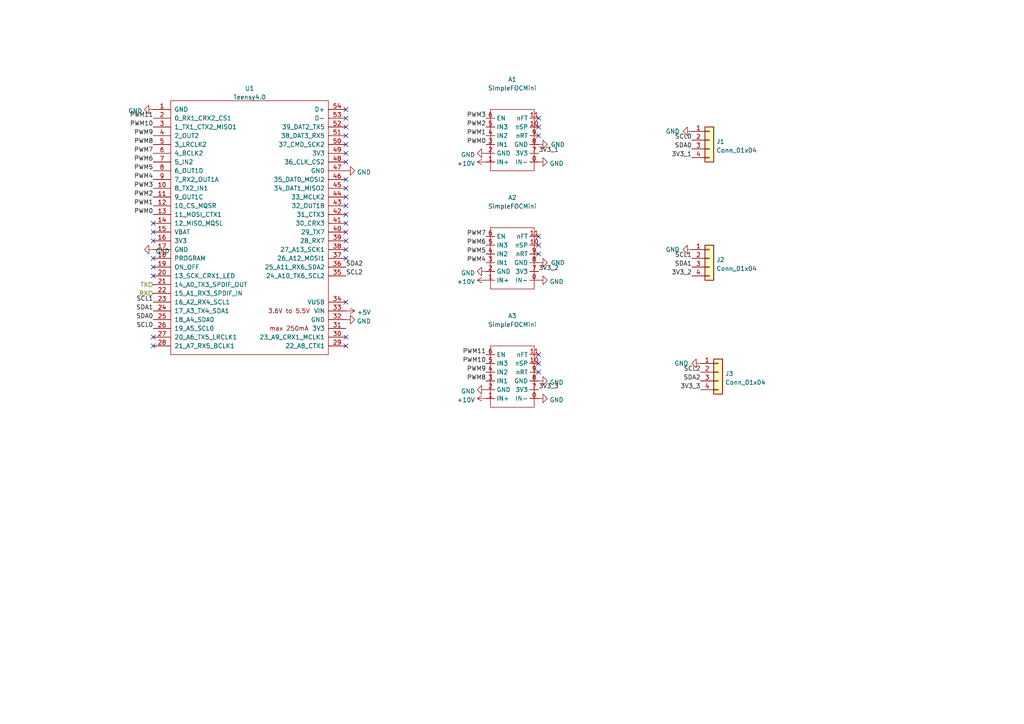
<source format=kicad_sch>
(kicad_sch (version 20211123) (generator eeschema)
  (paper "A4")
  (lib_symbols
    (symbol "Connector_Generic:Conn_01x04" (pin_names (offset 1.016) hide)
      (property "Reference" "J" (at 0 5.08 0))
      (property "Value" "Conn_01x04" (at 0 -7.62 0))
      (symbol "Conn_01x04_1_1"
        (rectangle (start -1.27 -4.953) (end 0 -5.207) (stroke (width 0.1524)))
        (rectangle (start -1.27 -2.413) (end 0 -2.667) (stroke (width 0.1524)))
        (rectangle (start -1.27 0.127) (end 0 -0.127) (stroke (width 0.1524)))
        (rectangle (start -1.27 2.667) (end 0 2.413) (stroke (width 0.1524)))
        (rectangle (start -1.27 3.81) (end 1.27 -6.35) (stroke (width 0.254)) (fill (type background)))
        (pin passive line (at -5.08 2.54 0) (length 3.81) (name "Pin_1") (number "1"))
        (pin passive line (at -5.08 0 0) (length 3.81) (name "Pin_2") (number "2"))
        (pin passive line (at -5.08 -2.54 0) (length 3.81) (name "Pin_3") (number "3"))
        (pin passive line (at -5.08 -5.08 0) (length 3.81) (name "Pin_4") (number "4"))
      )
    )
    (symbol "SimpleFOCMini:SimpleFOCMini"
      (property "Reference" "A" (at 0 13.97 0))
      (property "Value" "SimpleFOCMini" (at -1.27 15.24 0))
      (symbol "SimpleFOCMini_0_1"
        (rectangle (start -6.35 8.89) (end 6.35 -8.89) (stroke (width 0.1524)))
      )
      (symbol "SimpleFOCMini_1_1"
        (pin output line (at -7.62 -6.35 0) (length 2.54) (name "IN-") (number "0"))
        (pin input line (at 7.62 -6.35 180) (length 2.54) (name "IN+") (number "1"))
        (pin output line (at -7.62 3.81 0) (length 2.54) (name "nSP") (number "10"))
        (pin output line (at -7.62 6.35 0) (length 2.54) (name "nFT") (number "11"))
        (pin output line (at 7.62 -3.81 180) (length 2.54) (name "GND") (number "2"))
        (pin input line (at 7.62 -1.27 180) (length 2.54) (name "IN1") (number "3"))
        (pin input line (at 7.62 1.27 180) (length 2.54) (name "IN2") (number "4"))
        (pin input line (at 7.62 3.81 180) (length 2.54) (name "IN3") (number "5"))
        (pin input line (at 7.62 6.35 180) (length 2.54) (name "EN") (number "6"))
        (pin output line (at -7.62 -3.81 0) (length 2.54) (name "3V3") (number "7"))
        (pin output line (at -7.62 -1.27 0) (length 2.54) (name "GND") (number "8"))
        (pin output line (at -7.62 1.27 0) (length 2.54) (name "nRT") (number "9"))
      )
    )
    (symbol "SimpleFOCMini_1"
      (property "Reference" "A" (at 0 13.97 0))
      (property "Value" "SimpleFOCMini_1" (at -1.27 15.24 0))
      (symbol "SimpleFOCMini_1_0_1"
        (rectangle (start -6.35 8.89) (end 6.35 -8.89) (stroke (width 0.1524)))
      )
      (symbol "SimpleFOCMini_1_1_1"
        (pin output line (at -7.62 -6.35 0) (length 2.54) (name "IN-") (number "0"))
        (pin input line (at 7.62 -6.35 180) (length 2.54) (name "IN+") (number "1"))
        (pin output line (at -7.62 3.81 0) (length 2.54) (name "nSP") (number "10"))
        (pin output line (at -7.62 6.35 0) (length 2.54) (name "nFT") (number "11"))
        (pin output line (at 7.62 -3.81 180) (length 2.54) (name "GND") (number "2"))
        (pin input line (at 7.62 -1.27 180) (length 2.54) (name "IN1") (number "3"))
        (pin input line (at 7.62 1.27 180) (length 2.54) (name "IN2") (number "4"))
        (pin input line (at 7.62 3.81 180) (length 2.54) (name "IN3") (number "5"))
        (pin input line (at 7.62 6.35 180) (length 2.54) (name "EN") (number "6"))
        (pin output line (at -7.62 -3.81 0) (length 2.54) (name "3V3") (number "7"))
        (pin output line (at -7.62 -1.27 0) (length 2.54) (name "GND") (number "8"))
        (pin output line (at -7.62 1.27 0) (length 2.54) (name "nRT") (number "9"))
      )
    )
    (symbol "SimpleFOCMini_2"
      (property "Reference" "A" (at 0 13.97 0))
      (property "Value" "SimpleFOCMini_2" (at -1.27 15.24 0))
      (symbol "SimpleFOCMini_2_0_1"
        (rectangle (start -6.35 8.89) (end 6.35 -8.89) (stroke (width 0.1524)))
      )
      (symbol "SimpleFOCMini_2_1_1"
        (pin output line (at -7.62 -6.35 0) (length 2.54) (name "IN-") (number "0"))
        (pin input line (at 7.62 -6.35 180) (length 2.54) (name "IN+") (number "1"))
        (pin output line (at -7.62 3.81 0) (length 2.54) (name "nSP") (number "10"))
        (pin output line (at -7.62 6.35 0) (length 2.54) (name "nFT") (number "11"))
        (pin output line (at 7.62 -3.81 180) (length 2.54) (name "GND") (number "2"))
        (pin input line (at 7.62 -1.27 180) (length 2.54) (name "IN1") (number "3"))
        (pin input line (at 7.62 1.27 180) (length 2.54) (name "IN2") (number "4"))
        (pin input line (at 7.62 3.81 180) (length 2.54) (name "IN3") (number "5"))
        (pin input line (at 7.62 6.35 180) (length 2.54) (name "EN") (number "6"))
        (pin output line (at -7.62 -3.81 0) (length 2.54) (name "3V3") (number "7"))
        (pin output line (at -7.62 -1.27 0) (length 2.54) (name "GND") (number "8"))
        (pin output line (at -7.62 1.27 0) (length 2.54) (name "nRT") (number "9"))
      )
    )
    (symbol "power:+10V" (power) (pin_names (offset 0))
      (property "Value" "+10V" (at 0 3.556 0))
      (symbol "+10V_0_1"
        (polyline (pts (xy -0.762 1.27) (xy 0 2.54)))
        (polyline (pts (xy 0 0) (xy 0 2.54)))
        (polyline (pts (xy 0 2.54) (xy 0.762 1.27)))
      )
      (symbol "+10V_1_1"
        (pin power_in line (at 0 0 90) (length 0) hide (name "+10V") (number "1"))
      )
    )
    (symbol "power:+5V" (power) (pin_names (offset 0))
      (property "Value" "+5V" (at 0 3.556 0))
      (symbol "+5V_0_1"
        (polyline (pts (xy -0.762 1.27) (xy 0 2.54)))
        (polyline (pts (xy 0 0) (xy 0 2.54)))
        (polyline (pts (xy 0 2.54) (xy 0.762 1.27)))
      )
      (symbol "+5V_1_1"
        (pin power_in line (at 0 0 90) (length 0) hide (name "+5V") (number "1"))
      )
    )
    (symbol "power:GND" (power) (pin_names (offset 0))
      (property "Value" "GND" (at 0 -3.81 0))
      (symbol "GND_0_1"
        (polyline (pts (xy 0 0) (xy 0 -1.27) (xy 1.27 -1.27) (xy 0 -2.54) (xy -1.27 -1.27) (xy 0 -1.27)))
      )
      (symbol "GND_1_1"
        (pin power_in line (at 0 0 270) (length 0) hide (name "GND") (number "1"))
      )
    )
    (symbol "teensy:Teensy4.0" (pin_names (offset 1.016))
      (property "Reference" "U" (at 0 39.37 0))
      (property "Value" "Teensy4.0" (at 0 -39.37 0))
      (symbol "Teensy4.0_0_0"
        (text "3.6V to 5.5V" (at 11.43 -24.13 0) (effects (font (size 1.27 1.27))))
        (text "max 250mA" (at 11.43 -29.21 0) (effects (font (size 1.27 1.27))))
        (pin bidirectional line (at -27.94 11.43 0) (length 5.08) (name "8_TX2_IN1") (number "10"))
        (pin bidirectional line (at -27.94 8.89 0) (length 5.08) (name "9_OUT1C") (number "11"))
        (pin bidirectional line (at -27.94 6.35 0) (length 5.08) (name "10_CS_MQSR") (number "12"))
        (pin bidirectional line (at -27.94 3.81 0) (length 5.08) (name "11_MOSI_CTX1") (number "13"))
        (pin bidirectional line (at -27.94 1.27 0) (length 5.08) (name "12_MISO_MQSL") (number "14"))
        (pin power_in line (at -27.94 -1.27 0) (length 5.08) (name "VBAT") (number "15"))
        (pin power_in line (at -27.94 -3.81 0) (length 5.08) (name "3V3") (number "16"))
        (pin power_in line (at -27.94 -6.35 0) (length 5.08) (name "GND") (number "17"))
        (pin input line (at -27.94 -8.89 0) (length 5.08) (name "PROGRAM") (number "18"))
        (pin input line (at -27.94 -11.43 0) (length 5.08) (name "ON_OFF") (number "19"))
        (pin bidirectional line (at -27.94 -13.97 0) (length 5.08) (name "13_SCK_CRX1_LED") (number "20"))
        (pin bidirectional line (at -27.94 -16.51 0) (length 5.08) (name "14_A0_TX3_SPDIF_OUT") (number "21"))
        (pin bidirectional line (at -27.94 -19.05 0) (length 5.08) (name "15_A1_RX3_SPDIF_IN") (number "22"))
        (pin bidirectional line (at -27.94 -21.59 0) (length 5.08) (name "16_A2_RX4_SCL1") (number "23"))
        (pin bidirectional line (at -27.94 -24.13 0) (length 5.08) (name "17_A3_TX4_SDA1") (number "24"))
        (pin bidirectional line (at -27.94 -26.67 0) (length 5.08) (name "18_A4_SDA0") (number "25"))
        (pin bidirectional line (at -27.94 -29.21 0) (length 5.08) (name "19_A5_SCL0") (number "26"))
        (pin bidirectional line (at -27.94 -31.75 0) (length 5.08) (name "20_A6_TX5_LRCLK1") (number "27"))
        (pin bidirectional line (at -27.94 -34.29 0) (length 5.08) (name "21_A7_RX5_BCLK1") (number "28"))
        (pin bidirectional line (at 27.94 -34.29 180) (length 5.08) (name "22_A8_CTX1") (number "29"))
        (pin bidirectional line (at 27.94 -31.75 180) (length 5.08) (name "23_A9_CRX1_MCLK1") (number "30"))
        (pin power_out line (at 27.94 -29.21 180) (length 5.08) (name "3V3") (number "31"))
        (pin power_in line (at 27.94 -26.67 180) (length 5.08) (name "GND") (number "32"))
        (pin power_in line (at 27.94 -24.13 180) (length 5.08) (name "VIN") (number "33"))
        (pin power_out line (at 27.94 -21.59 180) (length 5.08) (name "VUSB") (number "34"))
        (pin bidirectional line (at 27.94 -13.97 180) (length 5.08) (name "24_A10_TX6_SCL2") (number "35"))
        (pin bidirectional line (at 27.94 -11.43 180) (length 5.08) (name "25_A11_RX6_SDA2") (number "36"))
        (pin bidirectional line (at 27.94 -8.89 180) (length 5.08) (name "26_A12_MOSI1") (number "37"))
        (pin bidirectional line (at 27.94 -6.35 180) (length 5.08) (name "27_A13_SCK1") (number "38"))
        (pin bidirectional line (at 27.94 -3.81 180) (length 5.08) (name "28_RX7") (number "39"))
        (pin bidirectional line (at 27.94 -1.27 180) (length 5.08) (name "29_TX7") (number "40"))
        (pin bidirectional line (at 27.94 1.27 180) (length 5.08) (name "30_CRX3") (number "41"))
        (pin bidirectional line (at 27.94 3.81 180) (length 5.08) (name "31_CTX3") (number "42"))
        (pin bidirectional line (at 27.94 6.35 180) (length 5.08) (name "32_OUT1B") (number "43"))
        (pin bidirectional line (at 27.94 8.89 180) (length 5.08) (name "33_MCLK2") (number "44"))
        (pin bidirectional line (at 27.94 11.43 180) (length 5.08) (name "34_DAT1_MISO2") (number "45"))
        (pin bidirectional line (at 27.94 13.97 180) (length 5.08) (name "35_DAT0_MOSI2") (number "46"))
        (pin power_out line (at 27.94 16.51 180) (length 5.08) (name "GND") (number "47"))
        (pin bidirectional line (at 27.94 19.05 180) (length 5.08) (name "36_CLK_CS2") (number "48"))
        (pin power_out line (at 27.94 21.59 180) (length 5.08) (name "3V3") (number "49"))
        (pin bidirectional line (at -27.94 24.13 0) (length 5.08) (name "3_LRCLK2") (number "5"))
        (pin bidirectional line (at 27.94 24.13 180) (length 5.08) (name "37_CMD_SCK2") (number "50"))
        (pin bidirectional line (at 27.94 26.67 180) (length 5.08) (name "38_DAT3_RX5") (number "51"))
        (pin bidirectional line (at 27.94 29.21 180) (length 5.08) (name "39_DAT2_TX5") (number "52"))
        (pin bidirectional line (at 27.94 31.75 180) (length 5.08) (name "D-") (number "53"))
        (pin bidirectional line (at 27.94 34.29 180) (length 5.08) (name "D+") (number "54"))
        (pin bidirectional line (at -27.94 21.59 0) (length 5.08) (name "4_BCLK2") (number "6"))
        (pin bidirectional line (at -27.94 19.05 0) (length 5.08) (name "5_IN2") (number "7"))
        (pin bidirectional line (at -27.94 16.51 0) (length 5.08) (name "6_OUT1D") (number "8"))
        (pin bidirectional line (at -27.94 13.97 0) (length 5.08) (name "7_RX2_OUT1A") (number "9"))
      )
      (symbol "Teensy4.0_0_1"
        (rectangle (start -22.86 36.83) (end 22.86 -36.83))
        (rectangle (start -20.32 -31.75) (end -20.32 -31.75))
      )
      (symbol "Teensy4.0_1_1"
        (pin power_in line (at -27.94 34.29 0) (length 5.08) (name "GND") (number "1"))
        (pin bidirectional line (at -27.94 31.75 0) (length 5.08) (name "0_RX1_CRX2_CS1") (number "2"))
        (pin bidirectional line (at -27.94 29.21 0) (length 5.08) (name "1_TX1_CTX2_MISO1") (number "3"))
        (pin bidirectional line (at -27.94 26.67 0) (length 5.08) (name "2_OUT2") (number "4"))
      )
    )
  )
  (no_connect (at 100.33 57.15))
  (no_connect (at 100.33 74.93))
  (no_connect (at 100.33 39.37))
  (no_connect (at 100.33 31.75))
  (no_connect (at 44.45 67.31))
  (no_connect (at 156.21 102.87))
  (no_connect (at 156.21 105.41))
  (no_connect (at 156.21 107.95))
  (no_connect (at 100.33 41.91))
  (no_connect (at 100.33 54.61))
  (no_connect (at 100.33 46.99))
  (no_connect (at 44.45 69.85))
  (no_connect (at 44.45 74.93))
  (no_connect (at 44.45 80.01))
  (no_connect (at 44.45 77.47))
  (no_connect (at 100.33 44.45))
  (no_connect (at 100.33 64.77))
  (no_connect (at 100.33 69.85))
  (no_connect (at 44.45 64.77))
  (no_connect (at 156.21 73.66))
  (no_connect (at 156.21 68.58))
  (no_connect (at 156.21 71.12))
  (no_connect (at 156.21 39.37))
  (no_connect (at 156.21 34.29))
  (no_connect (at 156.21 36.83))
  (no_connect (at 100.33 52.07))
  (no_connect (at 100.33 62.23))
  (no_connect (at 100.33 34.29))
  (no_connect (at 100.33 72.39))
  (no_connect (at 44.45 100.33))
  (no_connect (at 44.45 97.79))
  (no_connect (at 100.33 100.33))
  (no_connect (at 100.33 97.79))
  (no_connect (at 100.33 87.63))
  (no_connect (at 100.33 36.83))
  (no_connect (at 100.33 67.31))
  (no_connect (at 100.33 59.69))
  (label "SCL0" (at 44.45 95.25 180))
  (label "PWM9" (at 44.45 39.37 180))
  (label "PWM4" (at 140.97 76.2 180))
  (label "3V3_3" (at 203.2 113.03 180))
  (label "SDA1" (at 44.45 90.17 180))
  (label "SCL0" (at 200.66 40.64 180))
  (label "3V3_3" (at 156.21 113.03 0))
  (label "3V3_1" (at 200.66 45.72 180))
  (label "3V3_2" (at 156.21 78.74 0))
  (label "SDA2" (at 203.2 110.49 180))
  (label "PWM7" (at 44.45 44.45 180))
  (label "SDA2" (at 100.33 77.47 0))
  (label "PWM5" (at 44.45 49.53 180))
  (label "SCL1" (at 200.66 74.93 180))
  (label "PWM3" (at 140.97 34.29 180))
  (label "PWM3" (at 44.45 54.61 180))
  (label "SDA1" (at 200.66 77.47 180))
  (label "SCL2" (at 203.2 107.95 180))
  (label "PWM1" (at 44.45 59.69 180))
  (label "PWM11" (at 140.97 102.87 180))
  (label "PWM8" (at 140.97 110.49 180))
  (label "PWM1" (at 140.97 39.37 180))
  (label "PWM6" (at 44.45 46.99 180))
  (label "PWM9" (at 140.97 107.95 180))
  (label "PWM5" (at 140.97 73.66 180))
  (label "SCL1" (at 44.45 87.63 180))
  (label "PWM2" (at 44.45 57.15 180))
  (label "PWM11" (at 44.45 34.29 180))
  (label "PWM2" (at 140.97 36.83 180))
  (label "PWM7" (at 140.97 68.58 180))
  (label "3V3_2" (at 200.66 80.01 180))
  (label "PWM6" (at 140.97 71.12 180))
  (label "PWM10" (at 44.45 36.83 180))
  (label "PWM4" (at 44.45 52.07 180))
  (label "3V3_1" (at 156.21 44.45 0))
  (label "SCL2" (at 100.33 80.01 0))
  (label "SDA0" (at 44.45 92.71 180))
  (label "PWM8" (at 44.45 41.91 180))
  (label "PWM10" (at 140.97 105.41 180))
  (label "SDA0" (at 200.66 43.18 180))
  (label "PWM0" (at 140.97 41.91 180))
  (label "PWM0" (at 44.45 62.23 180))
  (hierarchical_label "RX" (shape input) (at 44.45 85.09 180))
  (hierarchical_label "TX" (shape input) (at 44.45 82.55 180))
  (symbol (lib_id "power:GND") (at 44.45 72.39 270) (unit 1)
    (property "Reference" "#PWR0102" (effects hide))
    (property "Value" "GND" (at 45.085 72.8238 90) (effects (justify left)))
  )
  (symbol (lib_id "Connector_Generic:Conn_01x04") (at 205.74 74.93 0) (unit 1)
    (property "Reference" "J2" (at 207.772 75.3653 0) (effects (justify left)))
    (property "Value" "Conn_01x04" (at 207.772 77.9022 0) (effects (justify left)))
    (property "Footprint" "Connector_JST:JST_XH_S4B-XH-A-1_1x04_P2.50mm_Horizontal" (effects hide))
  )
  (symbol (lib_id "power:GND") (at 140.97 113.03 270) (unit 1)
    (property "Reference" "#PWR0105" (effects hide))
    (property "Value" "GND" (at 137.7951 113.4638 90) (effects (justify right)))
  )
  (symbol (lib_id "power:GND") (at 100.33 49.53 90) (unit 1)
    (property "Reference" "#PWR0113" (effects hide))
    (property "Value" "GND" (at 103.505 49.9638 90) (effects (justify right)))
  )
  (symbol (lib_id "power:+10V") (at 140.97 81.28 90) (unit 1)
    (property "Reference" "#PWR0109" (effects hide))
    (property "Value" "+10V" (at 137.795 81.7138 90) (effects (justify left)))
  )
  (symbol (lib_id "power:GND") (at 140.97 44.45 270) (unit 1)
    (property "Reference" "#PWR0111" (effects hide))
    (property "Value" "GND" (at 137.7951 44.8838 90) (effects (justify right)))
  )
  (symbol (lib_id "power:GND") (at 140.97 78.74 270) (unit 1)
    (property "Reference" "#PWR0108" (effects hide))
    (property "Value" "GND" (at 137.7951 79.1738 90) (effects (justify right)))
  )
  (symbol (lib_id "power:GND") (at 156.21 115.57 90) (unit 1)
    (property "Reference" "#PWR0104" (effects hide))
    (property "Value" "GND" (at 159.385 116.0038 90) (effects (justify right)))
  )
  (symbol (lib_id "power:+5V") (at 100.33 90.17 270) (unit 1)
    (property "Reference" "#PWR0115" (effects hide))
    (property "Value" "+5V" (at 103.505 90.6038 90) (effects (justify left)))
  )
  (symbol (lib_id "power:GND") (at 100.33 92.71 90) (unit 1)
    (property "Reference" "#PWR0114" (effects hide))
    (property "Value" "GND" (at 103.505 93.1438 90) (effects (justify right)))
  )
  (symbol (lib_id "teensy:Teensy4.0") (at 72.39 66.04 0) (unit 1)
    (property "Reference" "U1" (at 72.39 25.6372 0))
    (property "Value" "Teensy4.0" (at 72.39 28.1741 0))
    (property "Footprint" "Teensy:Teensy40" (effects hide))
  )
  (symbol (lib_id "power:+10V") (at 140.97 46.99 90) (unit 1)
    (property "Reference" "#PWR0112" (effects hide))
    (property "Value" "+10V" (at 137.795 47.4238 90) (effects (justify left)))
  )
  (symbol (lib_id "power:GND") (at 203.2 105.41 270) (unit 1)
    (property "Reference" "#PWR0118" (effects hide))
    (property "Value" "GND" (at 195.58 105.41 90) (effects (justify left)))
  )
  (symbol (lib_id "power:GND") (at 200.66 72.39 270) (unit 1)
    (property "Reference" "#PWR0117" (effects hide))
    (property "Value" "GND" (at 193.04 72.39 90) (effects (justify left)))
  )
  (symbol (lib_id "power:GND") (at 156.21 110.49 90) (unit 1)
    (property "Reference" "#PWR0107" (effects hide))
    (property "Value" "GND" (at 159.385 110.9238 90) (effects (justify right)))
  )
  (symbol (lib_id "SimpleFOCMini:SimpleFOCMini") (at 148.59 109.22 0) (mirror y) (unit 1)
    (property "Reference" "A3" (at 148.59 91.601 0))
    (property "Value" "SimpleFOCMini" (at 148.59 94.1379 0))
    (property "Footprint" "SimpleFOCMini:SimpleFOCMini" (effects hide))
  )
  (symbol (lib_id "power:+10V") (at 140.97 115.57 90) (unit 1)
    (property "Reference" "#PWR0106" (effects hide))
    (property "Value" "+10V" (at 137.795 116.0038 90) (effects (justify left)))
  )
  (symbol (lib_id "power:GND") (at 156.21 76.2 90) (unit 1)
    (property "Reference" "#PWR0110" (effects hide))
    (property "Value" "GND" (at 163.83 76.2 90) (effects (justify left)))
  )
  (symbol (lib_id "power:GND") (at 156.21 46.99 90) (unit 1)
    (property "Reference" "#PWR0116" (effects hide))
    (property "Value" "GND" (at 159.385 47.4238 90) (effects (justify right)))
  )
  (symbol (lib_name "SimpleFOCMini_2") (lib_id "SimpleFOCMini:SimpleFOCMini") (at 148.59 74.93 0) (mirror y) (unit 1)
    (property "Reference" "A2" (at 148.59 57.311 0))
    (property "Value" "SimpleFOCMini" (at 148.59 59.8479 0))
    (property "Footprint" "SimpleFOCMini:SimpleFOCMini" (effects hide))
  )
  (symbol (lib_name "SimpleFOCMini_1") (lib_id "SimpleFOCMini:SimpleFOCMini") (at 148.59 40.64 0) (mirror y) (unit 1)
    (property "Reference" "A1" (at 148.59 23.021 0))
    (property "Value" "SimpleFOCMini" (at 148.59 25.5579 0))
    (property "Footprint" "SimpleFOCMini:SimpleFOCMini" (effects hide))
  )
  (symbol (lib_id "power:GND") (at 200.66 38.1 270) (unit 1)
    (property "Reference" "#PWR0119" (effects hide))
    (property "Value" "GND" (at 193.04 38.1 90) (effects (justify left)))
  )
  (symbol (lib_id "power:GND") (at 44.45 31.75 270) (unit 1)
    (property "Reference" "#PWR0101" (effects hide))
    (property "Value" "GND" (at 41.2751 32.1838 90) (effects (justify right)))
  )
  (symbol (lib_id "Connector_Generic:Conn_01x04") (at 205.74 40.64 0) (unit 1)
    (property "Reference" "J1" (at 207.772 41.0753 0) (effects (justify left)))
    (property "Value" "Conn_01x04" (at 207.772 43.6122 0) (effects (justify left)))
    (property "Footprint" "Connector_JST:JST_XH_S4B-XH-A-1_1x04_P2.50mm_Horizontal" (effects hide))
  )
  (symbol (lib_id "power:GND") (at 156.21 41.91 90) (unit 1)
    (property "Reference" "#PWR0120" (effects hide))
    (property "Value" "GND" (at 163.83 41.91 90) (effects (justify left)))
  )
  (symbol (lib_id "power:GND") (at 156.21 81.28 90) (unit 1)
    (property "Reference" "#PWR0103" (effects hide))
    (property "Value" "GND" (at 159.385 81.7138 90) (effects (justify right)))
  )
  (symbol (lib_id "Connector_Generic:Conn_01x04") (at 208.28 107.95 0) (unit 1)
    (property "Reference" "J3" (at 210.312 108.3853 0) (effects (justify left)))
    (property "Value" "Conn_01x04" (at 210.312 110.9222 0) (effects (justify left)))
    (property "Footprint" "Connector_JST:JST_XH_S4B-XH-A-1_1x04_P2.50mm_Horizontal" (effects hide))
  )
)
</source>
